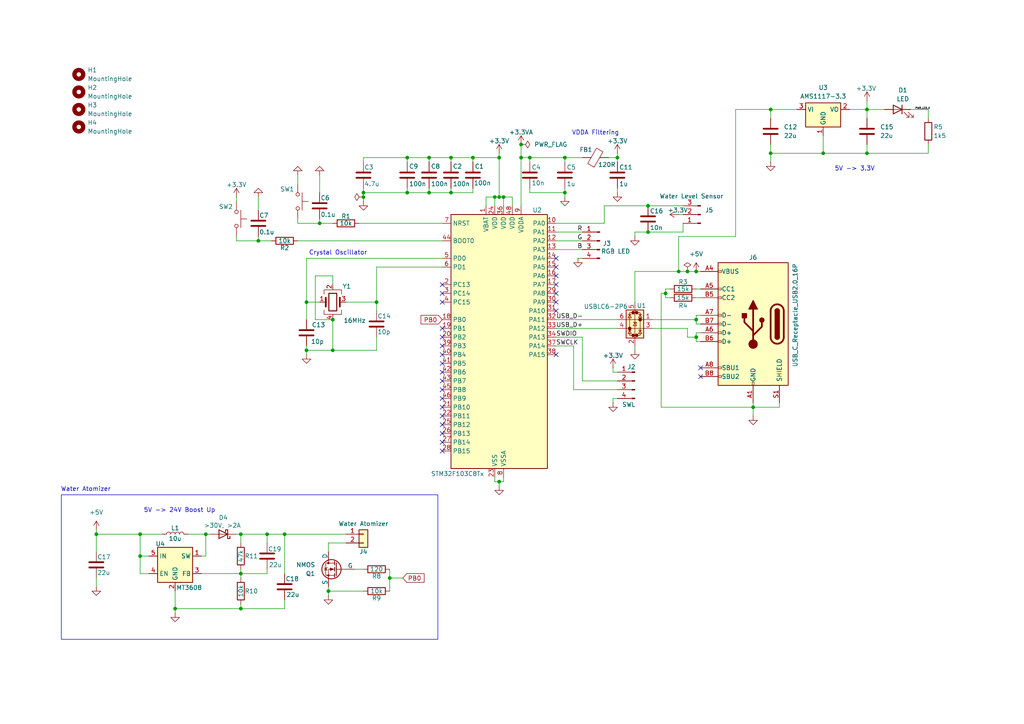
<source format=kicad_sch>
(kicad_sch (version 20231120) (generator "eeschema") (generator_version "8.0")
  (paper "A4")
  (lib_symbols
    (symbol "Connector:Conn_01x03_Pin" (pin_names (offset 1.016) hide)
      (property "Reference" "J" (at 0 5.08 0))
      (property "Value" "Conn_01x03_Pin" (at 0 -5.08 0))
      (symbol "Conn_01x03_Pin_1_1"
        (pin passive line (at 5.08 2.54 180) (length 3.81) (name "Pin_1") (number "1"))
        (pin passive line (at 5.08 0 180) (length 3.81) (name "Pin_2") (number "2"))
        (pin passive line (at 5.08 -2.54 180) (length 3.81) (name "Pin_3") (number "3"))
      )
    )
    (symbol "Connector:Conn_01x04_Pin" (pin_names (offset 1.016) hide)
      (property "Reference" "J" (at 0 5.08 0))
      (property "Value" "Conn_01x04_Pin" (at 0 -7.62 0))
      (symbol "Conn_01x04_Pin_1_1"
        (pin passive line (at 5.08 2.54 180) (length 3.81) (name "Pin_1") (number "1"))
        (pin passive line (at 5.08 0 180) (length 3.81) (name "Pin_2") (number "2"))
        (pin passive line (at 5.08 -2.54 180) (length 3.81) (name "Pin_3") (number "3"))
        (pin passive line (at 5.08 -5.08 180) (length 3.81) (name "Pin_4") (number "4"))
      )
    )
    (symbol "Connector:USB_C_Receptacle_USB2.0_16P" (pin_names (offset 1.016))
      (property "Reference" "J" (at 0 22.225 0))
      (property "Value" "USB_C_Receptacle_USB2.0_16P" (at 0 19.685 0))
      (symbol "USB_C_Receptacle_USB2.0_16P_1_1"
        (pin passive line (at 0 -22.86 90) (length 5.08) (name "GND") (number "A1"))
        (pin passive line (at 0 -22.86 90) (length 5.08) hide (name "GND") (number "A12"))
        (pin passive line (at 15.24 15.24 180) (length 5.08) (name "VBUS") (number "A4"))
        (pin bidirectional line (at 15.24 10.16 180) (length 5.08) (name "CC1") (number "A5"))
        (pin bidirectional line (at 15.24 -2.54 180) (length 5.08) (name "D+") (number "A6"))
        (pin bidirectional line (at 15.24 2.54 180) (length 5.08) (name "D-") (number "A7"))
        (pin bidirectional line (at 15.24 -12.7 180) (length 5.08) (name "SBU1") (number "A8"))
        (pin passive line (at 15.24 15.24 180) (length 5.08) hide (name "VBUS") (number "A9"))
        (pin passive line (at 0 -22.86 90) (length 5.08) hide (name "GND") (number "B1"))
        (pin passive line (at 0 -22.86 90) (length 5.08) hide (name "GND") (number "B12"))
        (pin passive line (at 15.24 15.24 180) (length 5.08) hide (name "VBUS") (number "B4"))
        (pin bidirectional line (at 15.24 7.62 180) (length 5.08) (name "CC2") (number "B5"))
        (pin bidirectional line (at 15.24 -5.08 180) (length 5.08) (name "D+") (number "B6"))
        (pin bidirectional line (at 15.24 0 180) (length 5.08) (name "D-") (number "B7"))
        (pin bidirectional line (at 15.24 -15.24 180) (length 5.08) (name "SBU2") (number "B8"))
        (pin passive line (at 15.24 15.24 180) (length 5.08) hide (name "VBUS") (number "B9"))
        (pin passive line (at -7.62 -22.86 90) (length 5.08) (name "SHIELD") (number "S1"))
      )
    )
    (symbol "Connector_Generic:Conn_01x02" (pin_names (offset 1.016) hide)
      (property "Reference" "J" (at 0 2.54 0))
      (property "Value" "Conn_01x02" (at 0 -5.08 0))
      (symbol "Conn_01x02_1_1"
        (pin passive line (at -5.08 0 0) (length 3.81) (name "Pin_1") (number "1"))
        (pin passive line (at -5.08 -2.54 0) (length 3.81) (name "Pin_2") (number "2"))
      )
    )
    (symbol "Device:C" (pin_numbers hide) (pin_names (offset 0.254))
      (property "Reference" "C" (at 0.635 2.54 0))
      (property "Value" "C" (at 0.635 -2.54 0))
      (symbol "C_1_1"
        (pin passive line (at 0 3.81 270) (length 2.794) (name "~") (number "1"))
        (pin passive line (at 0 -3.81 90) (length 2.794) (name "~") (number "2"))
      )
    )
    (symbol "Device:Crystal_GND24" (pin_names (offset 1.016) hide)
      (property "Reference" "Y" (at 3.175 5.08 0))
      (property "Value" "Crystal_GND24" (at 3.175 3.175 0))
      (symbol "Crystal_GND24_1_1"
        (pin passive line (at -3.81 0 0) (length 1.27) (name "1") (number "1"))
        (pin passive line (at 0 5.08 270) (length 1.27) (name "2") (number "2"))
        (pin passive line (at 3.81 0 180) (length 1.27) (name "3") (number "3"))
        (pin passive line (at 0 -5.08 90) (length 1.27) (name "4") (number "4"))
      )
    )
    (symbol "Device:D_Schottky" (pin_numbers hide) (pin_names (offset 1.016) hide)
      (property "Reference" "D" (at 0 2.54 0))
      (property "Value" "D_Schottky" (at 0 -2.54 0))
      (symbol "D_Schottky_1_1"
        (pin passive line (at -3.81 0 0) (length 2.54) (name "K") (number "1"))
        (pin passive line (at 3.81 0 180) (length 2.54) (name "A") (number "2"))
      )
    )
    (symbol "Device:FerriteBead" (pin_numbers hide) (pin_names (offset 0))
      (property "Reference" "FB" (at -3.81 0.635 90))
      (property "Value" "FerriteBead" (at 3.81 0 90))
      (symbol "FerriteBead_1_1"
        (pin passive line (at 0 3.81 270) (length 2.54) (name "~") (number "1"))
        (pin passive line (at 0 -3.81 90) (length 2.54) (name "~") (number "2"))
      )
    )
    (symbol "Device:L" (pin_numbers hide) (pin_names (offset 1.016) hide)
      (property "Reference" "L" (at -1.27 0 90))
      (property "Value" "L" (at 1.905 0 90))
      (symbol "L_1_1"
        (pin passive line (at 0 3.81 270) (length 1.27) (name "1") (number "1"))
        (pin passive line (at 0 -3.81 90) (length 1.27) (name "2") (number "2"))
      )
    )
    (symbol "Device:LED" (pin_numbers hide) (pin_names (offset 1.016) hide)
      (property "Reference" "D" (at 0 2.54 0))
      (property "Value" "LED" (at 0 -2.54 0))
      (symbol "LED_1_1"
        (pin passive line (at -3.81 0 0) (length 2.54) (name "K") (number "1"))
        (pin passive line (at 3.81 0 180) (length 2.54) (name "A") (number "2"))
      )
    )
    (symbol "Device:R" (pin_numbers hide) (pin_names (offset 0))
      (property "Reference" "R" (at 2.032 0 90))
      (property "Value" "R" (at 0 0 90))
      (symbol "R_1_1"
        (pin passive line (at 0 3.81 270) (length 1.27) (name "~") (number "1"))
        (pin passive line (at 0 -3.81 90) (length 1.27) (name "~") (number "2"))
      )
    )
    (symbol "MCU_ST_STM32F1:STM32F103C8Tx"
      (property "Reference" "U" (at -12.7 39.37 0))
      (property "Value" "STM32F103C8Tx" (at 10.16 39.37 0))
      (symbol "STM32F103C8Tx_1_1"
        (pin power_in line (at -2.54 40.64 270) (length 2.54) (name "VBAT") (number "1"))
        (pin bidirectional line (at 17.78 35.56 180) (length 2.54) (name "PA0") (number "10"))
        (pin bidirectional line (at 17.78 33.02 180) (length 2.54) (name "PA1") (number "11"))
        (pin bidirectional line (at 17.78 30.48 180) (length 2.54) (name "PA2") (number "12"))
        (pin bidirectional line (at 17.78 27.94 180) (length 2.54) (name "PA3") (number "13"))
        (pin bidirectional line (at 17.78 25.4 180) (length 2.54) (name "PA4") (number "14"))
        (pin bidirectional line (at 17.78 22.86 180) (length 2.54) (name "PA5") (number "15"))
        (pin bidirectional line (at 17.78 20.32 180) (length 2.54) (name "PA6") (number "16"))
        (pin bidirectional line (at 17.78 17.78 180) (length 2.54) (name "PA7") (number "17"))
        (pin bidirectional line (at -15.24 7.62 0) (length 2.54) (name "PB0") (number "18"))
        (pin bidirectional line (at -15.24 5.08 0) (length 2.54) (name "PB1") (number "19"))
        (pin bidirectional line (at -15.24 17.78 0) (length 2.54) (name "PC13") (number "2"))
        (pin bidirectional line (at -15.24 2.54 0) (length 2.54) (name "PB2") (number "20"))
        (pin bidirectional line (at -15.24 -17.78 0) (length 2.54) (name "PB10") (number "21"))
        (pin bidirectional line (at -15.24 -20.32 0) (length 2.54) (name "PB11") (number "22"))
        (pin power_in line (at 0 -38.1 90) (length 2.54) (name "VSS") (number "23"))
        (pin power_in line (at 0 40.64 270) (length 2.54) (name "VDD") (number "24"))
        (pin bidirectional line (at -15.24 -22.86 0) (length 2.54) (name "PB12") (number "25"))
        (pin bidirectional line (at -15.24 -25.4 0) (length 2.54) (name "PB13") (number "26"))
        (pin bidirectional line (at -15.24 -27.94 0) (length 2.54) (name "PB14") (number "27"))
        (pin bidirectional line (at -15.24 -30.48 0) (length 2.54) (name "PB15") (number "28"))
        (pin bidirectional line (at 17.78 15.24 180) (length 2.54) (name "PA8") (number "29"))
        (pin bidirectional line (at -15.24 15.24 0) (length 2.54) (name "PC14") (number "3"))
        (pin bidirectional line (at 17.78 12.7 180) (length 2.54) (name "PA9") (number "30"))
        (pin bidirectional line (at 17.78 10.16 180) (length 2.54) (name "PA10") (number "31"))
        (pin bidirectional line (at 17.78 7.62 180) (length 2.54) (name "PA11") (number "32"))
        (pin bidirectional line (at 17.78 5.08 180) (length 2.54) (name "PA12") (number "33"))
        (pin bidirectional line (at 17.78 2.54 180) (length 2.54) (name "PA13") (number "34"))
        (pin passive line (at 0 -38.1 90) (length 2.54) hide (name "VSS") (number "35"))
        (pin power_in line (at 2.54 40.64 270) (length 2.54) (name "VDD") (number "36"))
        (pin bidirectional line (at 17.78 0 180) (length 2.54) (name "PA14") (number "37"))
        (pin bidirectional line (at 17.78 -2.54 180) (length 2.54) (name "PA15") (number "38"))
        (pin bidirectional line (at -15.24 0 0) (length 2.54) (name "PB3") (number "39"))
        (pin bidirectional line (at -15.24 12.7 0) (length 2.54) (name "PC15") (number "4"))
        (pin bidirectional line (at -15.24 -2.54 0) (length 2.54) (name "PB4") (number "40"))
        (pin bidirectional line (at -15.24 -5.08 0) (length 2.54) (name "PB5") (number "41"))
        (pin bidirectional line (at -15.24 -7.62 0) (length 2.54) (name "PB6") (number "42"))
        (pin bidirectional line (at -15.24 -10.16 0) (length 2.54) (name "PB7") (number "43"))
        (pin input line (at -15.24 30.48 0) (length 2.54) (name "BOOT0") (number "44"))
        (pin bidirectional line (at -15.24 -12.7 0) (length 2.54) (name "PB8") (number "45"))
        (pin bidirectional line (at -15.24 -15.24 0) (length 2.54) (name "PB9") (number "46"))
        (pin passive line (at 0 -38.1 90) (length 2.54) hide (name "VSS") (number "47"))
        (pin power_in line (at 5.08 40.64 270) (length 2.54) (name "VDD") (number "48"))
        (pin bidirectional line (at -15.24 25.4 0) (length 2.54) (name "PD0") (number "5"))
        (pin bidirectional line (at -15.24 22.86 0) (length 2.54) (name "PD1") (number "6"))
        (pin input line (at -15.24 35.56 0) (length 2.54) (name "NRST") (number "7"))
        (pin power_in line (at 2.54 -38.1 90) (length 2.54) (name "VSSA") (number "8"))
        (pin power_in line (at 7.62 40.64 270) (length 2.54) (name "VDDA") (number "9"))
      )
    )
    (symbol "Mechanical:MountingHole" (pin_names (offset 1.016)) (exclude_from_sim yes) (in_bom no)
      (property "Reference" "H" (at 0 5.08 0))
      (property "Value" "MountingHole" (at 0 3.175 0))
    )
    (symbol "Power_Protection:USBLC6-2P6" (pin_names hide)
      (property "Reference" "U" (at 0.635 5.715 0))
      (property "Value" "USBLC6-2P6" (at 0.635 3.81 0))
      (symbol "USBLC6-2P6_1_1"
        (pin passive line (at -5.08 0 0) (length 2.54) (name "I/O1") (number "1"))
        (pin passive line (at 0 -7.62 90) (length 2.54) (name "GND") (number "2"))
        (pin passive line (at -5.08 -2.54 0) (length 2.54) (name "I/O2") (number "3"))
        (pin passive line (at 5.08 -2.54 180) (length 2.54) (name "I/O2") (number "4"))
        (pin passive line (at 0 5.08 270) (length 2.54) (name "VBUS") (number "5"))
        (pin passive line (at 5.08 0 180) (length 2.54) (name "I/O1") (number "6"))
      )
    )
    (symbol "Regulator_Linear:AMS1117-3.3"
      (property "Reference" "U" (at -3.81 3.175 0))
      (property "Value" "AMS1117-3.3" (at 0 3.175 0))
      (symbol "AMS1117-3.3_1_1"
        (pin power_in line (at 0 -7.62 90) (length 2.54) (name "GND") (number "1"))
        (pin power_out line (at 7.62 0 180) (length 2.54) (name "VO") (number "2"))
        (pin power_in line (at -7.62 0 0) (length 2.54) (name "VI") (number "3"))
      )
    )
    (symbol "Regulator_Switching:MT3608"
      (property "Reference" "U" (at -2.54 8.89 0))
      (property "Value" "MT3608" (at -3.81 6.35 0))
      (symbol "MT3608_1_1"
        (pin passive line (at 7.62 2.54 180) (length 2.54) (name "SW") (number "1"))
        (pin power_in line (at 0 -7.62 90) (length 2.54) (name "GND") (number "2"))
        (pin input line (at 7.62 -2.54 180) (length 2.54) (name "FB") (number "3"))
        (pin input line (at -7.62 -2.54 0) (length 2.54) (name "EN") (number "4"))
        (pin power_in line (at -7.62 2.54 0) (length 2.54) (name "IN") (number "5"))
        (pin no_connect line (at 5.08 0 180) (length 2.54) hide (name "NC") (number "6"))
      )
    )
    (symbol "Simulation_SPICE:NMOS" (pin_numbers hide) (pin_names (offset 0))
      (property "Reference" "Q" (at 5.08 1.27 0))
      (property "Value" "NMOS" (at 5.08 -1.27 0))
      (symbol "NMOS_1_1"
        (pin passive line (at 2.54 5.08 270) (length 2.54) (name "D") (number "1"))
        (pin input line (at -5.08 0 0) (length 2.54) (name "G") (number "2"))
        (pin passive line (at 2.54 -5.08 90) (length 2.54) (name "S") (number "3"))
      )
    )
    (symbol "Switch:SW_Push" (pin_numbers hide) (pin_names (offset 1.016) hide)
      (property "Reference" "SW" (at 1.27 2.54 0))
      (property "Value" "SW_Push" (at 0 -1.524 0))
      (symbol "SW_Push_0_1"
        (pin passive line (at -5.08 0 0) (length 2.54) (name "1") (number "1"))
        (pin passive line (at 5.08 0 180) (length 2.54) (name "2") (number "2"))
      )
    )
    (symbol "power:+3.3V" (power) (pin_numbers hide) (pin_names (offset 0) hide)
      (property "Value" "+3.3V" (at 0 3.556 0))
      (symbol "+3.3V_1_1"
        (pin power_in line (at 0 0 90) (length 0) (name "~") (number "1"))
      )
    )
    (symbol "power:+5V" (power) (pin_numbers hide) (pin_names (offset 0) hide)
      (property "Value" "+5V" (at 0 3.556 0))
      (symbol "+5V_1_1"
        (pin power_in line (at 0 0 90) (length 0) (name "~") (number "1"))
      )
    )
    (symbol "power:GND" (power) (pin_numbers hide) (pin_names (offset 0) hide)
      (property "Value" "GND" (at 0 -3.81 0))
      (symbol "GND_1_1"
        (pin power_in line (at 0 0 270) (length 0) (name "~") (number "1"))
      )
    )
    (symbol "power:PWR_FLAG" (power) (pin_numbers hide) (pin_names (offset 0) hide)
      (property "Value" "PWR_FLAG" (at 0 3.81 0))
      (symbol "PWR_FLAG_0_0"
        (pin power_out line (at 0 0 90) (length 0) (name "~") (number "1"))
      )
    )
  )
  (junction (at 95.25 171.45))
  (junction (at 69.85 166.37))
  (junction (at 130.81 45.72))
  (junction (at 144.78 139.7))
  (junction (at 187.96 67.31))
  (junction (at 163.83 55.88))
  (junction (at 92.71 64.77))
  (junction (at 153.67 45.72))
  (junction (at 88.9 101.6))
  (junction (at 151.13 45.72))
  (junction (at 130.81 55.88))
  (junction (at 69.85 176.53))
  (junction (at 118.11 45.72))
  (junction (at 74.93 69.85))
  (junction (at 143.51 57.15))
  (junction (at 105.41 55.88))
  (junction (at 124.46 45.72))
  (junction (at 69.85 154.94))
  (junction (at 144.78 57.15))
  (junction (at 59.69 154.94))
  (junction (at 218.44 118.11))
  (junction (at 40.64 161.29))
  (junction (at 201.93 97.79))
  (junction (at 124.46 55.88))
  (junction (at 27.94 154.94))
  (junction (at 179.07 45.72))
  (junction (at 201.93 78.74))
  (junction (at 96.52 101.6))
  (junction (at 50.8 176.53))
  (junction (at 77.47 154.94))
  (junction (at 151.13 41.91))
  (junction (at 201.93 92.71))
  (junction (at 82.55 154.94))
  (junction (at 137.16 45.72))
  (junction (at 105.41 57.15))
  (junction (at 196.85 78.74))
  (junction (at 113.03 167.64))
  (junction (at 96.52 92.71))
  (junction (at 88.9 87.63))
  (junction (at 40.64 154.94))
  (junction (at 199.39 78.74))
  (junction (at 118.11 55.88))
  (junction (at 109.22 87.63))
  (junction (at 144.78 45.72))
  (junction (at 251.46 44.45))
  (junction (at 251.46 31.75))
  (junction (at 163.83 45.72))
  (junction (at 238.76 44.45))
  (junction (at 223.52 31.75))
  (junction (at 187.96 59.69))
  (junction (at 146.05 57.15))
  (junction (at 193.04 85.09))
  (junction (at 223.52 44.45))
  (no_connect (at 128.27 105.41))
  (no_connect (at 128.27 82.55))
  (no_connect (at 161.29 90.17))
  (no_connect (at 161.29 102.87))
  (no_connect (at 128.27 113.03))
  (no_connect (at 128.27 118.11))
  (no_connect (at 128.27 85.09))
  (no_connect (at 128.27 100.33))
  (no_connect (at 161.29 74.93))
  (no_connect (at 161.29 87.63))
  (no_connect (at 128.27 130.81))
  (no_connect (at 203.2 106.68))
  (no_connect (at 128.27 123.19))
  (no_connect (at 128.27 120.65))
  (no_connect (at 128.27 110.49))
  (no_connect (at 128.27 87.63))
  (no_connect (at 161.29 85.09))
  (no_connect (at 161.29 80.01))
  (no_connect (at 128.27 102.87))
  (no_connect (at 161.29 82.55))
  (no_connect (at 128.27 95.25))
  (no_connect (at 161.29 77.47))
  (no_connect (at 128.27 115.57))
  (no_connect (at 128.27 97.79))
  (no_connect (at 128.27 128.27))
  (no_connect (at 203.2 109.22))
  (no_connect (at 128.27 125.73))
  (no_connect (at 128.27 107.95))
  (wire (pts (xy 144.78 57.15) (xy 146.05 57.15)))
  (wire (pts (xy 196.85 68.58) (xy 213.36 68.58)))
  (wire (pts (xy 196.85 78.74) (xy 199.39 78.74)))
  (wire (pts (xy 176.53 45.72) (xy 179.07 45.72)))
  (wire (pts (xy 54.61 154.94) (xy 59.69 154.94)))
  (wire (pts (xy 109.22 101.6) (xy 96.52 101.6)))
  (wire (pts (xy 130.81 45.72) (xy 137.16 45.72)))
  (wire (pts (xy 179.07 54.61) (xy 179.07 55.88)))
  (wire (pts (xy 96.52 80.01) (xy 91.44 80.01)))
  (wire (pts (xy 95.25 171.45) (xy 105.41 171.45)))
  (wire (pts (xy 40.64 166.37) (xy 40.64 161.29)))
  (wire (pts (xy 151.13 41.91) (xy 151.13 45.72)))
  (wire (pts (xy 118.11 55.88) (xy 124.46 55.88)))
  (wire (pts (xy 151.13 45.72) (xy 153.67 45.72)))
  (wire (pts (xy 95.25 171.45) (xy 95.25 172.72)))
  (wire (pts (xy 161.29 92.71) (xy 179.07 92.71)))
  (wire (pts (xy 223.52 44.45) (xy 223.52 46.99)))
  (wire (pts (xy 223.52 44.45) (xy 238.76 44.45)))
  (wire (pts (xy 201.93 96.52) (xy 201.93 97.79)))
  (wire (pts (xy 88.9 74.93) (xy 88.9 87.63)))
  (wire (pts (xy 223.52 41.91) (xy 223.52 44.45)))
  (wire (pts (xy 191.77 85.09) (xy 191.77 118.11)))
  (wire (pts (xy 201.93 92.71) (xy 201.93 93.98)))
  (wire (pts (xy 50.8 176.53) (xy 50.8 177.8)))
  (wire (pts (xy 269.24 41.91) (xy 269.24 44.45)))
  (wire (pts (xy 184.15 100.33) (xy 184.15 101.6)))
  (wire (pts (xy 198.12 59.69) (xy 187.96 59.69)))
  (wire (pts (xy 68.58 154.94) (xy 69.85 154.94)))
  (wire (pts (xy 144.78 45.72) (xy 144.78 57.15)))
  (wire (pts (xy 143.51 57.15) (xy 143.51 59.69)))
  (wire (pts (xy 27.94 167.64) (xy 27.94 170.18)))
  (wire (pts (xy 59.69 161.29) (xy 59.69 154.94)))
  (wire (pts (xy 88.9 100.33) (xy 88.9 101.6)))
  (wire (pts (xy 238.76 44.45) (xy 251.46 44.45)))
  (wire (pts (xy 96.52 92.71) (xy 96.52 101.6)))
  (wire (pts (xy 251.46 34.29) (xy 251.46 31.75)))
  (wire (pts (xy 189.23 95.25) (xy 199.39 95.25)))
  (wire (pts (xy 163.83 55.88) (xy 163.83 54.61)))
  (wire (pts (xy 153.67 46.99) (xy 153.67 45.72)))
  (wire (pts (xy 264.16 31.75) (xy 269.24 31.75)))
  (wire (pts (xy 163.83 45.72) (xy 168.91 45.72)))
  (wire (pts (xy 168.91 110.49) (xy 179.07 110.49)))
  (wire (pts (xy 153.67 55.88) (xy 163.83 55.88)))
  (wire (pts (xy 74.93 57.15) (xy 74.93 60.96)))
  (wire (pts (xy 184.15 78.74) (xy 184.15 87.63)))
  (wire (pts (xy 144.78 44.45) (xy 144.78 45.72)))
  (wire (pts (xy 105.41 57.15) (xy 105.41 58.42)))
  (wire (pts (xy 161.29 100.33) (xy 166.37 100.33)))
  (wire (pts (xy 104.14 64.77) (xy 128.27 64.77)))
  (wire (pts (xy 88.9 101.6) (xy 96.52 101.6)))
  (wire (pts (xy 113.03 167.64) (xy 116.84 167.64)))
  (wire (pts (xy 82.55 154.94) (xy 82.55 166.37)))
  (wire (pts (xy 91.44 80.01) (xy 91.44 92.71)))
  (wire (pts (xy 50.8 176.53) (xy 69.85 176.53)))
  (wire (pts (xy 167.64 74.93) (xy 168.91 74.93)))
  (wire (pts (xy 201.93 93.98) (xy 203.2 93.98)))
  (wire (pts (xy 105.41 55.88) (xy 118.11 55.88)))
  (wire (pts (xy 166.37 100.33) (xy 166.37 113.03)))
  (wire (pts (xy 189.23 92.71) (xy 201.93 92.71)))
  (wire (pts (xy 213.36 31.75) (xy 223.52 31.75)))
  (wire (pts (xy 269.24 31.75) (xy 269.24 34.29)))
  (wire (pts (xy 91.44 92.71) (xy 96.52 92.71)))
  (wire (pts (xy 269.24 44.45) (xy 251.46 44.45)))
  (wire (pts (xy 50.8 171.45) (xy 50.8 176.53)))
  (wire (pts (xy 246.38 31.75) (xy 251.46 31.75)))
  (wire (pts (xy 213.36 68.58) (xy 213.36 31.75)))
  (wire (pts (xy 102.87 165.1) (xy 105.41 165.1)))
  (wire (pts (xy 199.39 78.74) (xy 201.93 78.74)))
  (wire (pts (xy 146.05 57.15) (xy 148.59 57.15)))
  (wire (pts (xy 86.36 69.85) (xy 128.27 69.85)))
  (wire (pts (xy 88.9 87.63) (xy 92.71 87.63)))
  (wire (pts (xy 151.13 45.72) (xy 151.13 59.69)))
  (wire (pts (xy 69.85 154.94) (xy 77.47 154.94)))
  (wire (pts (xy 201.93 97.79) (xy 199.39 97.79)))
  (wire (pts (xy 218.44 118.11) (xy 226.06 118.11)))
  (wire (pts (xy 88.9 74.93) (xy 128.27 74.93)))
  (wire (pts (xy 144.78 57.15) (xy 143.51 57.15)))
  (wire (pts (xy 113.03 167.64) (xy 113.03 165.1)))
  (wire (pts (xy 144.78 139.7) (xy 143.51 139.7)))
  (wire (pts (xy 218.44 116.84) (xy 218.44 118.11)))
  (wire (pts (xy 43.18 166.37) (xy 40.64 166.37)))
  (wire (pts (xy 27.94 153.67) (xy 27.94 154.94)))
  (wire (pts (xy 194.31 86.36) (xy 193.04 86.36)))
  (wire (pts (xy 92.71 63.5) (xy 92.71 64.77)))
  (wire (pts (xy 175.26 64.77) (xy 161.29 64.77)))
  (wire (pts (xy 105.41 45.72) (xy 118.11 45.72)))
  (wire (pts (xy 161.29 95.25) (xy 179.07 95.25)))
  (wire (pts (xy 231.14 31.75) (xy 223.52 31.75)))
  (wire (pts (xy 77.47 166.37) (xy 69.85 166.37)))
  (wire (pts (xy 163.83 45.72) (xy 163.83 46.99)))
  (wire (pts (xy 58.42 161.29) (xy 59.69 161.29)))
  (wire (pts (xy 168.91 97.79) (xy 168.91 110.49)))
  (wire (pts (xy 82.55 154.94) (xy 100.33 154.94)))
  (wire (pts (xy 68.58 57.15) (xy 68.58 58.42)))
  (wire (pts (xy 201.93 78.74) (xy 203.2 78.74)))
  (wire (pts (xy 105.41 55.88) (xy 105.41 57.15)))
  (wire (pts (xy 95.25 170.18) (xy 95.25 171.45)))
  (wire (pts (xy 161.29 67.31) (xy 168.91 67.31)))
  (wire (pts (xy 68.58 69.85) (xy 74.93 69.85)))
  (wire (pts (xy 251.46 41.91) (xy 251.46 44.45)))
  (wire (pts (xy 184.15 67.31) (xy 187.96 67.31)))
  (wire (pts (xy 59.69 154.94) (xy 60.96 154.94)))
  (wire (pts (xy 251.46 29.21) (xy 251.46 31.75)))
  (wire (pts (xy 130.81 45.72) (xy 130.81 46.99)))
  (wire (pts (xy 113.03 167.64) (xy 113.03 171.45)))
  (wire (pts (xy 58.42 166.37) (xy 69.85 166.37)))
  (wire (pts (xy 88.9 87.63) (xy 88.9 92.71)))
  (wire (pts (xy 153.67 45.72) (xy 163.83 45.72)))
  (wire (pts (xy 146.05 139.7) (xy 146.05 138.43)))
  (wire (pts (xy 118.11 45.72) (xy 124.46 45.72)))
  (wire (pts (xy 77.47 165.1) (xy 77.47 166.37)))
  (wire (pts (xy 124.46 55.88) (xy 130.81 55.88)))
  (wire (pts (xy 40.64 154.94) (xy 46.99 154.94)))
  (wire (pts (xy 175.26 64.77) (xy 175.26 59.69)))
  (wire (pts (xy 143.51 57.15) (xy 140.97 57.15)))
  (wire (pts (xy 201.93 86.36) (xy 203.2 86.36)))
  (wire (pts (xy 226.06 118.11) (xy 226.06 116.84)))
  (wire (pts (xy 92.71 64.77) (xy 96.52 64.77)))
  (wire (pts (xy 124.46 45.72) (xy 124.46 46.99)))
  (wire (pts (xy 69.85 166.37) (xy 69.85 165.1)))
  (wire (pts (xy 196.85 62.23) (xy 198.12 62.23)))
  (wire (pts (xy 40.64 154.94) (xy 27.94 154.94)))
  (wire (pts (xy 223.52 31.75) (xy 223.52 34.29)))
  (wire (pts (xy 179.07 45.72) (xy 179.07 44.45)))
  (wire (pts (xy 194.31 83.82) (xy 193.04 83.82)))
  (wire (pts (xy 144.78 139.7) (xy 144.78 140.97)))
  (wire (pts (xy 69.85 154.94) (xy 69.85 157.48)))
  (wire (pts (xy 82.55 173.99) (xy 82.55 176.53)))
  (wire (pts (xy 27.94 154.94) (xy 27.94 160.02)))
  (wire (pts (xy 69.85 175.26) (xy 69.85 176.53)))
  (wire (pts (xy 86.36 63.5) (xy 86.36 64.77)))
  (wire (pts (xy 177.8 107.95) (xy 177.8 106.68)))
  (wire (pts (xy 153.67 54.61) (xy 153.67 55.88)))
  (wire (pts (xy 201.93 97.79) (xy 201.93 99.06)))
  (wire (pts (xy 109.22 77.47) (xy 128.27 77.47)))
  (wire (pts (xy 199.39 95.25) (xy 199.39 97.79)))
  (wire (pts (xy 105.41 45.72) (xy 105.41 46.99)))
  (wire (pts (xy 109.22 97.79) (xy 109.22 101.6)))
  (wire (pts (xy 251.46 31.75) (xy 256.54 31.75)))
  (wire (pts (xy 198.12 67.31) (xy 198.12 64.77)))
  (wire (pts (xy 201.93 91.44) (xy 203.2 91.44)))
  (wire (pts (xy 179.07 45.72) (xy 179.07 46.99)))
  (wire (pts (xy 161.29 72.39) (xy 168.91 72.39)))
  (wire (pts (xy 109.22 87.63) (xy 109.22 90.17)))
  (wire (pts (xy 92.71 50.8) (xy 92.71 55.88)))
  (wire (pts (xy 218.44 118.11) (xy 218.44 120.65)))
  (wire (pts (xy 166.37 113.03) (xy 179.07 113.03)))
  (wire (pts (xy 193.04 86.36) (xy 193.04 85.09)))
  (wire (pts (xy 95.25 157.48) (xy 100.33 157.48)))
  (wire (pts (xy 161.29 97.79) (xy 168.91 97.79)))
  (wire (pts (xy 201.93 99.06) (xy 203.2 99.06)))
  (wire (pts (xy 161.29 69.85) (xy 168.91 69.85)))
  (wire (pts (xy 77.47 154.94) (xy 77.47 157.48)))
  (wire (pts (xy 95.25 157.48) (xy 95.25 160.02)))
  (wire (pts (xy 86.36 50.8) (xy 86.36 53.34)))
  (wire (pts (xy 177.8 115.57) (xy 177.8 116.84)))
  (wire (pts (xy 88.9 101.6) (xy 88.9 102.87)))
  (wire (pts (xy 118.11 54.61) (xy 118.11 55.88)))
  (wire (pts (xy 130.81 55.88) (xy 137.16 55.88)))
  (wire (pts (xy 148.59 57.15) (xy 148.59 59.69)))
  (wire (pts (xy 74.93 69.85) (xy 78.74 69.85)))
  (wire (pts (xy 144.78 139.7) (xy 146.05 139.7)))
  (wire (pts (xy 201.93 96.52) (xy 203.2 96.52)))
  (wire (pts (xy 68.58 68.58) (xy 68.58 69.85)))
  (wire (pts (xy 140.97 57.15) (xy 140.97 59.69)))
  (wire (pts (xy 40.64 161.29) (xy 40.64 154.94)))
  (wire (pts (xy 193.04 85.09) (xy 191.77 85.09)))
  (wire (pts (xy 163.83 55.88) (xy 163.83 57.15)))
  (wire (pts (xy 130.81 55.88) (xy 130.81 54.61)))
  (wire (pts (xy 184.15 67.31) (xy 184.15 68.58)))
  (wire (pts (xy 184.15 78.74) (xy 196.85 78.74)))
  (wire (pts (xy 69.85 176.53) (xy 82.55 176.53)))
  (wire (pts (xy 177.8 107.95) (xy 179.07 107.95)))
  (wire (pts (xy 137.16 45.72) (xy 144.78 45.72)))
  (wire (pts (xy 175.26 59.69) (xy 187.96 59.69)))
  (wire (pts (xy 100.33 87.63) (xy 109.22 87.63)))
  (wire (pts (xy 137.16 55.88) (xy 137.16 54.61)))
  (wire (pts (xy 105.41 54.61) (xy 105.41 55.88)))
  (wire (pts (xy 86.36 64.77) (xy 92.71 64.77)))
  (wire (pts (xy 118.11 45.72) (xy 118.11 46.99)))
  (wire (pts (xy 187.96 67.31) (xy 198.12 67.31)))
  (wire (pts (xy 96.52 82.55) (xy 96.52 80.01)))
  (wire (pts (xy 40.64 161.29) (xy 43.18 161.29)))
  (wire (pts (xy 77.47 154.94) (xy 82.55 154.94)))
  (wire (pts (xy 143.51 139.7) (xy 143.51 138.43)))
  (wire (pts (xy 191.77 118.11) (xy 218.44 118.11)))
  (wire (pts (xy 124.46 54.61) (xy 124.46 55.88)))
  (wire (pts (xy 201.93 83.82) (xy 203.2 83.82)))
  (wire (pts (xy 109.22 77.47) (xy 109.22 87.63)))
  (wire (pts (xy 193.04 83.82) (xy 193.04 85.09)))
  (wire (pts (xy 69.85 167.64) (xy 69.85 166.37)))
  (wire (pts (xy 124.46 45.72) (xy 130.81 45.72)))
  (wire (pts (xy 74.93 68.58) (xy 74.93 69.85)))
  (wire (pts (xy 137.16 45.72) (xy 137.16 46.99)))
  (wire (pts (xy 196.85 78.74) (xy 196.85 68.58)))
  (wire (pts (xy 177.8 115.57) (xy 179.07 115.57)))
  (wire (pts (xy 146.05 57.15) (xy 146.05 59.69)))
  (wire (pts (xy 238.76 39.37) (xy 238.76 44.45)))
  (wire (pts (xy 201.93 91.44) (xy 201.93 92.71)))
  (rectangle (start 17.78 143.51) (end 127 185.42))
  (text "5V -> 3.3V" (at 247.904 49.022 0) (effects (font (size 1.27 1.27))))
  (text "Water Atomizer\n" (at 24.892 141.986 0) (effects (font (size 1.27 1.27))))
  (text "5V -> 24V Boost Up" (at 52.07 148.082 0) (effects (font (size 1.27 1.27))))
  (text "Crystal Oscillator\n" (at 98.044 73.406 0) (effects (font (size 1.27 1.27))))
  (text "VDDA Filtering\n" (at 172.72 38.608 0) (effects (font (size 1.27 1.27))))
  (label "PWR_LED_K" (at 265.43 31.75 0) (effects (font (size 0.508 0.508))))
  (label "USB_D-" (at 161.29 92.71 0))
  (label "SWCLK" (at 161.29 100.33 0))
  (label "SWDIO" (at 161.29 97.79 0))
  (label "G" (at 168.91 69.85 180))
  (label "R" (at 168.91 67.31 180))
  (label "USB_D+" (at 161.29 95.25 0))
  (label "B" (at 168.91 72.39 180))
  (global_label "PB0" (shape input) (at 116.84 167.64 0) (property "Intersheetrefs" "${INTERSHEET_REFS}" (effects (hide yes))))
  (global_label "PB0" (shape input) (at 128.27 92.71 180) (property "Intersheetrefs" "${INTERSHEET_REFS}" (effects (hide yes))))
  (symbol (lib_id "Device:C") (at 187.96 63.5 0) (unit 1)
    (property "Reference" "C16" (at 188.468 61.214 0) (effects (justify left)))
    (property "Value" "10n" (at 188.468 66.04 0) (effects (justify left)))
    (property "Footprint" "Capacitor_SMD:C_0805_2012Metric_Pad1.18x1.45mm_HandSolder" (effects (hide yes)))
    (property "Description" "Unpolarized capacitor" (effects (hide yes)))
  )
  (symbol (lib_id "Device:C") (at 74.93 64.77 0) (unit 1)
    (property "Reference" "C7" (at 75.184 62.484 0) (effects (justify left)))
    (property "Value" "0.1u" (at 75.184 67.31 0) (effects (justify left)))
    (property "Footprint" "Capacitor_SMD:C_0805_2012Metric_Pad1.18x1.45mm_HandSolder" (effects (hide yes)))
    (property "Description" "Unpolarized capacitor" (effects (hide yes)))
  )
  (symbol (lib_id "Device:FerriteBead") (at 172.72 45.72 90) (unit 1)
    (property "Reference" "FB1" (at 169.926 43.434 90))
    (property "Value" "120R" (at 176.022 47.752 90))
    (property "Footprint" "Inductor_SMD:L_0603_1608Metric_Pad1.05x0.95mm_HandSolder" (effects (hide yes)))
    (property "Description" "Ferrite bead" (effects (hide yes)))
  )
  (symbol (lib_id "MCU_ST_STM32F1:STM32F103C8Tx") (at 143.51 100.33 0) (unit 1)
    (property "Reference" "U2" (at 154.432 60.96 0) (effects (justify left)))
    (property "Value" "STM32F103C8Tx" (at 124.968 137.414 0) (effects (justify left)))
    (property "Footprint" "Package_QFP:LQFP-48_7x7mm_P0.5mm" (effects (hide yes)))
    (property "Datasheet" "https://www.st.com/resource/en/datasheet/stm32f103c8.pdf" (effects (hide yes)))
    (property "Description" "STMicroelectronics Arm Cortex-M3 MCU, 64KB flash, 20KB RAM, 72 MHz, 2.0-3.6V, 37 GPIO, LQFP48" (effects (hide yes)))
  )
  (symbol (lib_id "Mechanical:MountingHole") (at 22.86 36.83 0) (unit 1) (exclude_from_sim yes) (in_bom no)
    (property "Reference" "H4" (at 25.4 35.5599 0) (effects (justify left)))
    (property "Value" "MountingHole" (at 25.4 38.0999 0) (effects (justify left)))
    (property "Footprint" "MountingHole:MountingHole_2.1mm" (effects (hide yes)))
    (property "Description" "Mounting Hole without connection" (effects (hide yes)))
  )
  (symbol (lib_id "power:GND") (at 105.41 58.42 0) (unit 1)
    (property "Reference" "#PWR03" (effects (hide yes)))
    (property "Value" "GND" (effects (hide yes)))
    (property "Description" "Power symbol creates a global label with name \"GND\" , ground" (effects (hide yes)))
  )
  (symbol (lib_id "power:PWR_FLAG") (at 199.39 78.74 0) (unit 1)
    (property "Reference" "#FLG01" (effects (hide yes)))
    (property "Value" "PWR_FLAG" (effects (hide yes)))
    (property "Description" "Special symbol for telling ERC where power comes from" (effects (hide yes)))
  )
  (symbol (lib_id "power:PWR_FLAG") (at 151.13 41.91 270) (unit 1)
    (property "Reference" "#FLG03" (effects (hide yes)))
    (property "Value" "PWR_FLAG" (at 154.94 41.9099 90) (effects (justify left)))
    (property "Description" "Special symbol for telling ERC where power comes from" (effects (hide yes)))
  )
  (symbol (lib_id "Device:R") (at 109.22 171.45 90) (mirror x) (unit 1)
    (property "Reference" "R9" (at 109.22 173.482 90))
    (property "Value" "10k" (at 109.22 171.45 90))
    (property "Footprint" "Resistor_SMD:R_0603_1608Metric_Pad0.98x0.95mm_HandSolder" (effects (hide yes)))
    (property "Description" "Resistor" (effects (hide yes)))
  )
  (symbol (lib_id "power:GND") (at 167.64 74.93 0) (mirror y) (unit 1)
    (property "Reference" "#PWR022" (effects (hide yes)))
    (property "Value" "GND" (effects (hide yes)))
    (property "Description" "Power symbol creates a global label with name \"GND\" , ground" (effects (hide yes)))
  )
  (symbol (lib_id "Device:C") (at 118.11 50.8 0) (unit 1)
    (property "Reference" "C9" (at 118.618 48.26 0) (effects (justify left)))
    (property "Value" "100n" (at 118.618 53.34 0) (effects (justify left)))
    (property "Footprint" "Capacitor_SMD:C_0805_2012Metric_Pad1.18x1.45mm_HandSolder" (effects (hide yes)))
    (property "Description" "Unpolarized capacitor" (effects (hide yes)))
  )
  (symbol (lib_id "Mechanical:MountingHole") (at 22.86 21.59 0) (unit 1) (exclude_from_sim yes) (in_bom no)
    (property "Reference" "H1" (at 25.4 20.3199 0) (effects (justify left)))
    (property "Value" "MountingHole" (at 25.4 22.8599 0) (effects (justify left)))
    (property "Footprint" "MountingHole:MountingHole_2.1mm" (effects (hide yes)))
    (property "Description" "Mounting Hole without connection" (effects (hide yes)))
  )
  (symbol (lib_id "Connector_Generic:Conn_01x02") (at 105.41 154.94 0) (unit 1)
    (property "Reference" "J4" (at 105.41 160.02 0))
    (property "Value" "Water Atomizer" (at 105.41 151.892 0))
    (property "Footprint" "Connector_PinHeader_1.27mm:PinHeader_1x02_P1.27mm_Vertical" (effects (hide yes)))
    (property "Description" "Generic connector, single row, 01x02, script generated (kicad-library-utils/schlib/autogen/connector/)" (effects (hide yes)))
  )
  (symbol (lib_id "Power_Protection:USBLC6-2P6") (at 184.15 92.71 0) (mirror y) (unit 1)
    (property "Reference" "U1" (at 187.452 88.646 0) (effects (justify left)))
    (property "Value" "USBLC6-2P6" (at 182.118 88.9 0) (effects (justify left)))
    (property "Footprint" "Package_TO_SOT_SMD:SOT-666" (effects (hide yes)))
    (property "Datasheet" "https://www.st.com/resource/en/datasheet/usblc6-2.pdf" (effects (hide yes)))
    (property "Description" "Very low capacitance ESD protection diode, 2 data-line, SOT-666" (effects (hide yes)))
  )
  (symbol (lib_id "Connector:USB_C_Receptacle_USB2.0_16P") (at 218.44 93.98 0) (mirror y) (unit 1)
    (property "Reference" "J6" (at 218.44 74.676 0))
    (property "Value" "USB_C_Receptacle_USB2.0_16P" (at 230.632 91.44 90))
    (property "Footprint" "Connector_USB:USB_C_Receptacle_HRO_TYPE-C-31-M-12" (effects (hide yes)))
    (property "Datasheet" "https://www.usb.org/sites/default/files/documents/usb_type-c.zip" (effects (hide yes)))
    (property "Description" "USB 2.0-only 16P Type-C Receptacle connector" (effects (hide yes)))
  )
  (symbol (lib_id "power:+3.3V") (at 251.46 29.21 0) (unit 1)
    (property "Reference" "#PWR021" (effects (hide yes)))
    (property "Value" "+3.3V" (at 251.206 25.654 0))
    (property "Description" "Power symbol creates a global label with name \"+3.3V\"" (effects (hide yes)))
  )
  (symbol (lib_id "Regulator_Switching:MT3608") (at 50.8 163.83 0) (unit 1)
    (property "Reference" "U4" (at 46.482 157.734 0))
    (property "Value" "MT3608" (at 54.864 170.434 0))
    (property "Footprint" "Package_TO_SOT_SMD:SOT-23-6_Handsoldering" (effects (hide yes)))
    (property "Datasheet" "https://www.olimex.com/Products/Breadboarding/BB-PWR-3608/resources/MT3608.pdf" (effects (hide yes)))
    (property "Description" "High Efficiency 1.2MHz 2A Step Up Converter, 2-24V Vin, 28V Vout, 4A current limit, 1.2MHz, SOT23-6" (effects (hide yes)))
  )
  (symbol (lib_id "Device:C") (at 27.94 163.83 0) (unit 1)
    (property "Reference" "C17" (at 28.194 161.544 0) (effects (justify left)))
    (property "Value" "22u" (at 28.194 166.116 0) (effects (justify left)))
    (property "Footprint" "Capacitor_SMD:C_0805_2012Metric_Pad1.18x1.45mm_HandSolder" (effects (hide yes)))
    (property "Description" "Unpolarized capacitor" (effects (hide yes)))
  )
  (symbol (lib_id "Mechanical:MountingHole") (at 22.86 31.75 0) (unit 1) (exclude_from_sim yes) (in_bom no)
    (property "Reference" "H3" (at 25.4 30.4799 0) (effects (justify left)))
    (property "Value" "MountingHole" (at 25.4 33.0199 0) (effects (justify left)))
    (property "Footprint" "MountingHole:MountingHole_2.1mm" (effects (hide yes)))
    (property "Description" "Mounting Hole without connection" (effects (hide yes)))
  )
  (symbol (lib_id "power:GND") (at 92.71 50.8 0) (mirror x) (unit 1)
    (property "Reference" "#PWR08" (effects (hide yes)))
    (property "Value" "GND" (effects (hide yes)))
    (property "Description" "Power symbol creates a global label with name \"GND\" , ground" (effects (hide yes)))
  )
  (symbol (lib_id "Device:C") (at 179.07 50.8 0) (unit 1)
    (property "Reference" "C11" (at 179.578 48.514 0) (effects (justify left)))
    (property "Value" "1u" (at 179.578 53.34 0) (effects (justify left)))
    (property "Footprint" "Capacitor_SMD:C_0805_2012Metric_Pad1.18x1.45mm_HandSolder" (effects (hide yes)))
    (property "Description" "Unpolarized capacitor" (effects (hide yes)))
  )
  (symbol (lib_id "power:+3.3V") (at 177.8 106.68 0) (unit 1)
    (property "Reference" "#PWR016" (effects (hide yes)))
    (property "Value" "+3.3V" (at 177.8 103.124 0))
    (property "Description" "Power symbol creates a global label with name \"+3.3V\"" (effects (hide yes)))
  )
  (symbol (lib_id "Device:R") (at 100.33 64.77 90) (unit 1)
    (property "Reference" "R1" (at 100.33 62.738 90))
    (property "Value" "10k" (at 100.33 64.77 90))
    (property "Footprint" "Resistor_SMD:R_0603_1608Metric_Pad0.98x0.95mm_HandSolder" (effects (hide yes)))
    (property "Description" "Resistor" (effects (hide yes)))
  )
  (symbol (lib_id "power:GND") (at 86.36 50.8 0) (mirror x) (unit 1)
    (property "Reference" "#PWR07" (effects (hide yes)))
    (property "Value" "GND" (effects (hide yes)))
    (property "Description" "Power symbol creates a global label with name \"GND\" , ground" (effects (hide yes)))
  )
  (symbol (lib_id "Device:C") (at 130.81 50.8 0) (unit 1)
    (property "Reference" "C2" (at 131.318 48.26 0) (effects (justify left)))
    (property "Value" "100n" (at 131.318 53.34 0) (effects (justify left)))
    (property "Footprint" "Capacitor_SMD:C_0805_2012Metric_Pad1.18x1.45mm_HandSolder" (effects (hide yes)))
    (property "Description" "Unpolarized capacitor" (effects (hide yes)))
  )
  (symbol (lib_id "Device:L") (at 50.8 154.94 90) (unit 1)
    (property "Reference" "L1" (at 50.8 153.162 90))
    (property "Value" "10u" (at 50.8 156.21 90))
    (property "Footprint" "Inductor_SMD:L_0402_1005Metric_Pad0.77x0.64mm_HandSolder" (effects (hide yes)))
    (property "Description" "Inductor" (effects (hide yes)))
  )
  (symbol (lib_id "power:GND") (at 177.8 116.84 0) (mirror y) (unit 1)
    (property "Reference" "#PWR017" (effects (hide yes)))
    (property "Value" "GND" (effects (hide yes)))
    (property "Description" "Power symbol creates a global label with name \"GND\" , ground" (effects (hide yes)))
  )
  (symbol (lib_id "power:+3.3V") (at 179.07 44.45 0) (unit 1)
    (property "Reference" "#PWR05" (effects (hide yes)))
    (property "Value" "+3.3V" (at 179.07 40.894 0))
    (property "Description" "Power symbol creates a global label with name \"+3.3V\"" (effects (hide yes)))
  )
  (symbol (lib_id "Device:C") (at 82.55 170.18 0) (unit 1)
    (property "Reference" "C18" (at 82.804 167.894 0) (effects (justify left)))
    (property "Value" "22u" (at 83.058 172.466 0) (effects (justify left)))
    (property "Footprint" "Capacitor_SMD:C_0805_2012Metric_Pad1.18x1.45mm_HandSolder" (effects (hide yes)))
    (property "Description" "Unpolarized capacitor" (effects (hide yes)))
  )
  (symbol (lib_id "Mechanical:MountingHole") (at 22.86 26.67 0) (unit 1) (exclude_from_sim yes) (in_bom no)
    (property "Reference" "H2" (at 25.4 25.3999 0) (effects (justify left)))
    (property "Value" "MountingHole" (at 25.4 27.9399 0) (effects (justify left)))
    (property "Footprint" "MountingHole:MountingHole_2.1mm" (effects (hide yes)))
    (property "Description" "Mounting Hole without connection" (effects (hide yes)))
  )
  (symbol (lib_id "Device:D_Schottky") (at 64.77 154.94 180) (unit 1)
    (property "Reference" "D4" (at 64.77 150.114 0))
    (property "Value" ">30V, >2A" (at 64.516 152.4 0))
    (property "Footprint" "Diode_SMD:D_SMA_Handsoldering" (effects (hide yes)))
    (property "Description" "Schottky diode" (effects (hide yes)))
  )
  (symbol (lib_id "Device:C") (at 109.22 93.98 0) (unit 1)
    (property "Reference" "C14" (at 109.474 91.694 0) (effects (justify left)))
    (property "Value" "10p" (at 109.474 96.266 0) (effects (justify left)))
    (property "Footprint" "Capacitor_SMD:C_0805_2012Metric_Pad1.18x1.45mm_HandSolder" (effects (hide yes)))
    (property "Description" "Unpolarized capacitor" (effects (hide yes)))
  )
  (symbol (lib_id "power:+3.3V") (at 151.13 41.91 0) (unit 1)
    (property "Reference" "#PWR02" (effects (hide yes)))
    (property "Value" "+3.3VA" (at 151.13 38.354 0))
    (property "Description" "Power symbol creates a global label with name \"+3.3V\"" (effects (hide yes)))
  )
  (symbol (lib_id "power:GND") (at 74.93 57.15 180) (unit 1)
    (property "Reference" "#PWR010" (effects (hide yes)))
    (property "Value" "GND" (effects (hide yes)))
    (property "Description" "Power symbol creates a global label with name \"GND\" , ground" (effects (hide yes)))
  )
  (symbol (lib_id "power:GND") (at 223.52 46.99 0) (unit 1)
    (property "Reference" "#PWR020" (effects (hide yes)))
    (property "Value" "GND" (effects (hide yes)))
    (property "Description" "Power symbol creates a global label with name \"GND\" , ground" (effects (hide yes)))
  )
  (symbol (lib_id "Simulation_SPICE:NMOS") (at 97.79 165.1 0) (mirror y) (unit 1)
    (property "Reference" "Q1" (at 91.44 166.3701 0) (effects (justify left)))
    (property "Value" "NMOS" (at 91.44 163.8301 0) (effects (justify left)))
    (property "Footprint" "Package_TO_SOT_THT:TO-220F-3_Vertical" (effects (hide yes)))
    (property "Datasheet" "https://ngspice.sourceforge.io/docs/ngspice-html-manual/manual.xhtml#cha_MOSFETs" (effects (hide yes)))
    (property "Description" "N-MOSFET transistor, drain/source/gate" (effects (hide yes)))
    (property "Sim.Device" "NMOS" (effects (hide yes)))
    (property "Sim.Type" "VDMOS" (effects (hide yes)))
    (property "Sim.Pins" "1=D 2=G 3=S" (effects (hide yes)))
  )
  (symbol (lib_id "Device:LED") (at 260.35 31.75 0) (mirror y) (unit 1)
    (property "Reference" "D1" (at 261.874 26.162 0))
    (property "Value" "LED" (at 261.874 28.702 0))
    (property "Footprint" "LED_SMD:LED_0805_2012Metric" (effects (hide yes)))
    (property "Description" "Light emitting diode" (effects (hide yes)))
  )
  (symbol (lib_id "Device:C") (at 77.47 161.29 0) (unit 1)
    (property "Reference" "C19" (at 77.724 159.258 0) (effects (justify left)))
    (property "Value" "22u" (at 77.978 163.83 0) (effects (justify left)))
    (property "Footprint" "Capacitor_SMD:C_0805_2012Metric_Pad1.18x1.45mm_HandSolder" (effects (hide yes)))
    (property "Description" "Unpolarized capacitor" (effects (hide yes)))
  )
  (symbol (lib_id "power:GND") (at 144.78 140.97 0) (mirror y) (unit 1)
    (property "Reference" "#PWR09" (effects (hide yes)))
    (property "Value" "GND" (effects (hide yes)))
    (property "Description" "Power symbol creates a global label with name \"GND\" , ground" (effects (hide yes)))
  )
  (symbol (lib_id "Device:R") (at 109.22 165.1 90) (mirror x) (unit 1)
    (property "Reference" "R8" (at 109.22 167.132 90))
    (property "Value" "120" (at 109.22 165.1 90))
    (property "Footprint" "Resistor_SMD:R_0603_1608Metric_Pad0.98x0.95mm_HandSolder" (effects (hide yes)))
    (property "Description" "Resistor" (effects (hide yes)))
  )
  (symbol (lib_id "Device:C") (at 124.46 50.8 0) (unit 1)
    (property "Reference" "C8" (at 124.968 48.26 0) (effects (justify left)))
    (property "Value" "100n" (at 124.968 53.34 0) (effects (justify left)))
    (property "Footprint" "Capacitor_SMD:C_0805_2012Metric_Pad1.18x1.45mm_HandSolder" (effects (hide yes)))
    (property "Description" "Unpolarized capacitor" (effects (hide yes)))
  )
  (symbol (lib_id "power:+3.3V") (at 68.58 57.15 0) (mirror y) (unit 1)
    (property "Reference" "#PWR011" (effects (hide yes)))
    (property "Value" "+3.3V" (at 68.58 53.594 0))
    (property "Description" "Power symbol creates a global label with name \"+3.3V\"" (effects (hide yes)))
  )
  (symbol (lib_id "Device:R") (at 82.55 69.85 90) (mirror x) (unit 1)
    (property "Reference" "R2" (at 82.55 71.882 90))
    (property "Value" "10k" (at 82.55 69.85 90))
    (property "Footprint" "Resistor_SMD:R_0603_1608Metric_Pad0.98x0.95mm_HandSolder" (effects (hide yes)))
    (property "Description" "Resistor" (effects (hide yes)))
  )
  (symbol (lib_id "power:GND") (at 88.9 102.87 0) (unit 1)
    (property "Reference" "#PWR018" (effects (hide yes)))
    (property "Value" "GND" (effects (hide yes)))
    (property "Description" "Power symbol creates a global label with name \"GND\" , ground" (effects (hide yes)))
  )
  (symbol (lib_id "power:GND") (at 218.44 120.65 0) (mirror y) (unit 1)
    (property "Reference" "#PWR013" (effects (hide yes)))
    (property "Value" "GND" (effects (hide yes)))
    (property "Description" "Power symbol creates a global label with name \"GND\" , ground" (effects (hide yes)))
  )
  (symbol (lib_id "power:PWR_FLAG") (at 105.41 57.15 90) (unit 1)
    (property "Reference" "#FLG02" (effects (hide yes)))
    (property "Value" "PWR_FLAG" (effects (hide yes)))
    (property "Description" "Special symbol for telling ERC where power comes from" (effects (hide yes)))
  )
  (symbol (lib_id "power:+3.3V") (at 196.85 62.23 90) (unit 1)
    (property "Reference" "#PWR031" (effects (hide yes)))
    (property "Value" "+3.3V" (at 196.596 60.96 90))
    (property "Description" "Power symbol creates a global label with name \"+3.3V\"" (effects (hide yes)))
  )
  (symbol (lib_id "Device:C") (at 137.16 50.8 0) (unit 1)
    (property "Reference" "C1" (at 137.668 48.26 0) (effects (justify left)))
    (property "Value" "100n" (at 137.414 53.086 0) (effects (justify left)))
    (property "Footprint" "Capacitor_SMD:C_0805_2012Metric_Pad1.18x1.45mm_HandSolder" (effects (hide yes)))
    (property "Description" "Unpolarized capacitor" (effects (hide yes)))
  )
  (symbol (lib_id "power:GND") (at 50.8 177.8 0) (unit 1)
    (property "Reference" "#PWR026" (effects (hide yes)))
    (property "Value" "GND" (effects (hide yes)))
    (property "Description" "Power symbol creates a global label with name \"GND\" , ground" (effects (hide yes)))
  )
  (symbol (lib_id "Regulator_Linear:AMS1117-3.3") (at 238.76 31.75 0) (unit 1)
    (property "Reference" "U3" (at 238.76 25.4 0))
    (property "Value" "AMS1117-3.3" (at 238.76 27.94 0))
    (property "Footprint" "Package_TO_SOT_SMD:SOT-223-3_TabPin2" (effects (hide yes)))
    (property "Datasheet" "http://www.advanced-monolithic.com/pdf/ds1117.pdf" (effects (hide yes)))
    (property "Description" "1A Low Dropout regulator, positive, 3.3V fixed output, SOT-223" (effects (hide yes)))
  )
  (symbol (lib_id "power:GND") (at 184.15 101.6 0) (mirror y) (unit 1)
    (property "Reference" "#PWR015" (effects (hide yes)))
    (property "Value" "GND" (effects (hide yes)))
    (property "Description" "Power symbol creates a global label with name \"GND\" , ground" (effects (hide yes)))
  )
  (symbol (lib_id "Device:C") (at 223.52 38.1 0) (unit 1)
    (property "Reference" "C12" (at 227.33 36.8299 0) (effects (justify left)))
    (property "Value" "22u" (at 227.33 39.3699 0) (effects (justify left)))
    (property "Footprint" "Capacitor_SMD:C_0805_2012Metric_Pad1.18x1.45mm_HandSolder" (effects (hide yes)))
    (property "Description" "Unpolarized capacitor" (effects (hide yes)))
  )
  (symbol (lib_id "Device:Crystal_GND24") (at 96.52 87.63 0) (unit 1)
    (property "Reference" "Y1" (at 100.584 83.058 0))
    (property "Value" "16MHz" (at 102.87 92.964 0))
    (property "Footprint" "Crystal:Crystal_SMD_3225-4Pin_3.2x2.5mm" (effects (hide yes)))
    (property "Description" "Four pin crystal, GND on pins 2 and 4" (effects (hide yes)))
  )
  (symbol (lib_id "Device:R") (at 269.24 38.1 0) (unit 1)
    (property "Reference" "R5" (at 270.764 36.83 0) (effects (justify left)))
    (property "Value" "1k5" (at 270.764 39.37 0) (effects (justify left)))
    (property "Footprint" "Resistor_SMD:R_0603_1608Metric_Pad0.98x0.95mm_HandSolder" (effects (hide yes)))
    (property "Description" "Resistor" (effects (hide yes)))
  )
  (symbol (lib_id "power:GND") (at 179.07 55.88 0) (mirror y) (unit 1)
    (property "Reference" "#PWR06" (effects (hide yes)))
    (property "Value" "GND" (effects (hide yes)))
    (property "Description" "Power symbol creates a global label with name \"GND\" , ground" (effects (hide yes)))
  )
  (symbol (lib_id "Connector:Conn_01x04_Pin") (at 184.15 110.49 0) (mirror y) (unit 1)
    (property "Reference" "J2" (at 183.134 106.426 0))
    (property "Value" "SWL" (at 182.372 117.348 0))
    (property "Footprint" "Connector_PinHeader_2.54mm:PinHeader_1x04_P2.54mm_Vertical" (effects (hide yes)))
    (property "Description" "Generic connector, single row, 01x04, script generated" (effects (hide yes)))
  )
  (symbol (lib_id "Device:R") (at 69.85 171.45 0) (mirror x) (unit 1)
    (property "Reference" "R10" (at 72.898 171.45 0))
    (property "Value" "10k" (at 69.85 171.45 90))
    (property "Footprint" "Resistor_SMD:R_0603_1608Metric_Pad0.98x0.95mm_HandSolder" (effects (hide yes)))
    (property "Description" "Resistor" (effects (hide yes)))
  )
  (symbol (lib_id "power:GND") (at 184.15 68.58 0) (mirror y) (unit 1)
    (property "Reference" "#PWR030" (effects (hide yes)))
    (property "Value" "GND" (effects (hide yes)))
    (property "Description" "Power symbol creates a global label with name \"GND\" , ground" (effects (hide yes)))
  )
  (symbol (lib_id "Connector:Conn_01x03_Pin") (at 203.2 62.23 180) (unit 1)
    (property "Reference" "J5" (at 204.47 60.9599 0) (effects (justify right)))
    (property "Value" "Water Level Sensor" (at 191.262 56.896 0) (effects (justify right)))
    (property "Footprint" "Connector:FanPinHeader_1x03_P2.54mm_Vertical" (effects (hide yes)))
    (property "Description" "Generic connector, single row, 01x03, script generated" (effects (hide yes)))
  )
  (symbol (lib_id "power:+3.3V") (at 144.78 44.45 0) (unit 1)
    (property "Reference" "#PWR01" (effects (hide yes)))
    (property "Value" "+3.3V" (at 144.78 40.894 0))
    (property "Description" "Power symbol creates a global label with name \"+3.3V\"" (effects (hide yes)))
  )
  (symbol (lib_id "Device:R") (at 198.12 83.82 90) (unit 1)
    (property "Reference" "R3" (at 198.12 81.788 90))
    (property "Value" "15k" (at 198.12 83.82 90))
    (property "Footprint" "Resistor_SMD:R_0603_1608Metric_Pad0.98x0.95mm_HandSolder" (effects (hide yes)))
    (property "Description" "Resistor" (effects (hide yes)))
  )
  (symbol (lib_id "power:+5V") (at 201.93 78.74 0) (unit 1)
    (property "Reference" "#PWR012" (effects (hide yes)))
    (property "Value" "+5V" (at 201.93 73.66 0))
    (property "Description" "Power symbol creates a global label with name \"+5V\"" (effects (hide yes)))
  )
  (symbol (lib_id "power:GND") (at 27.94 170.18 0) (unit 1)
    (property "Reference" "#PWR028" (effects (hide yes)))
    (property "Value" "GND" (effects (hide yes)))
    (property "Description" "Power symbol creates a global label with name \"GND\" , ground" (effects (hide yes)))
  )
  (symbol (lib_id "Device:C") (at 153.67 50.8 0) (unit 1)
    (property "Reference" "C4" (at 154.178 48.514 0) (effects (justify left)))
    (property "Value" "10n" (at 154.178 53.086 0) (effects (justify left)))
    (property "Footprint" "Capacitor_SMD:C_0805_2012Metric_Pad1.18x1.45mm_HandSolder" (effects (hide yes)))
    (property "Description" "Unpolarized capacitor" (effects (hide yes)))
  )
  (symbol (lib_id "power:GND") (at 95.25 172.72 0) (unit 1)
    (property "Reference" "#PWR024" (effects (hide yes)))
    (property "Value" "GND" (effects (hide yes)))
    (property "Description" "Power symbol creates a global label with name \"GND\" , ground" (effects (hide yes)))
  )
  (symbol (lib_id "Device:C") (at 88.9 96.52 0) (unit 1)
    (property "Reference" "C13" (at 90.424 94.234 0) (effects (justify left)))
    (property "Value" "10p" (at 90.17 99.06 0) (effects (justify left)))
    (property "Footprint" "Capacitor_SMD:C_0805_2012Metric_Pad1.18x1.45mm_HandSolder" (effects (hide yes)))
    (property "Description" "Unpolarized capacitor" (effects (hide yes)))
  )
  (symbol (lib_id "Device:C") (at 105.41 50.8 0) (unit 1)
    (property "Reference" "C3" (at 105.664 48.514 0) (effects (justify left)))
    (property "Value" "4.7u" (at 105.664 53.34 0) (effects (justify left)))
    (property "Footprint" "Capacitor_SMD:C_0805_2012Metric_Pad1.18x1.45mm_HandSolder" (effects (hide yes)))
    (property "Description" "Unpolarized capacitor" (effects (hide yes)))
  )
  (symbol (lib_id "power:+5V") (at 27.94 153.67 0) (unit 1)
    (property "Reference" "#PWR019" (effects (hide yes)))
    (property "Value" "+5V" (at 27.94 148.59 0))
    (property "Description" "Power symbol creates a global label with name \"+5V\"" (effects (hide yes)))
  )
  (symbol (lib_id "Switch:SW_Push") (at 86.36 58.42 270) (mirror x) (unit 1)
    (property "Reference" "SW1" (at 85.344 54.864 90) (effects (justify right)))
    (property "Value" "SW_Push" (effects (hide yes)))
    (property "Footprint" "Button_Switch_THT:SW_PUSH_6mm" (effects (hide yes)))
    (property "Description" "Push button switch, generic, two pins" (effects (hide yes)))
  )
  (symbol (lib_id "Switch:SW_Push") (at 68.58 63.5 270) (mirror x) (unit 1)
    (property "Reference" "SW2" (at 67.564 59.944 90) (effects (justify right)))
    (property "Value" "SW_Push" (effects (hide yes)))
    (property "Footprint" "Button_Switch_THT:SW_PUSH_6mm" (effects (hide yes)))
    (property "Description" "Push button switch, generic, two pins" (effects (hide yes)))
  )
  (symbol (lib_id "Connector:Conn_01x04_Pin") (at 173.99 69.85 0) (mirror y) (unit 1)
    (property "Reference" "J3" (at 176.022 70.612 0))
    (property "Value" "RGB LED" (at 178.562 72.898 0))
    (property "Footprint" "Connector_PinHeader_1.27mm:PinHeader_1x04_P1.27mm_Vertical" (effects (hide yes)))
    (property "Description" "Generic connector, single row, 01x04, script generated" (effects (hide yes)))
  )
  (symbol (lib_id "Device:R") (at 69.85 161.29 0) (mirror x) (unit 1)
    (property "Reference" "R11" (at 72.898 161.29 0))
    (property "Value" "47k" (at 69.85 161.29 90))
    (property "Footprint" "Resistor_SMD:R_0603_1608Metric_Pad0.98x0.95mm_HandSolder" (effects (hide yes)))
    (property "Description" "Resistor" (effects (hide yes)))
  )
  (symbol (lib_id "power:GND") (at 163.83 57.15 0) (mirror y) (unit 1)
    (property "Reference" "#PWR04" (effects (hide yes)))
    (property "Value" "GND" (effects (hide yes)))
    (property "Description" "Power symbol creates a global label with name \"GND\" , ground" (effects (hide yes)))
  )
  (symbol (lib_id "Device:C") (at 251.46 38.1 0) (unit 1)
    (property "Reference" "C15" (at 255.27 36.8299 0) (effects (justify left)))
    (property "Value" "22u" (at 255.27 39.3699 0) (effects (justify left)))
    (property "Footprint" "Capacitor_SMD:C_0805_2012Metric_Pad1.18x1.45mm_HandSolder" (effects (hide yes)))
    (property "Description" "Unpolarized capacitor" (effects (hide yes)))
  )
  (symbol (lib_id "Device:R") (at 198.12 86.36 90) (unit 1)
    (property "Reference" "R4" (at 198.12 88.646 90))
    (property "Value" "15k" (at 198.12 86.36 90))
    (property "Footprint" "Resistor_SMD:R_0603_1608Metric_Pad0.98x0.95mm_HandSolder" (effects (hide yes)))
    (property "Description" "Resistor" (effects (hide yes)))
  )
  (symbol (lib_id "Device:C") (at 163.83 50.8 0) (unit 1)
    (property "Reference" "C5" (at 164.338 48.514 0) (effects (justify left)))
    (property "Value" "1u" (at 164.338 53.34 0) (effects (justify left)))
    (property "Footprint" "Capacitor_SMD:C_0805_2012Metric_Pad1.18x1.45mm_HandSolder" (effects (hide yes)))
    (property "Description" "Unpolarized capacitor" (effects (hide yes)))
  )
  (symbol (lib_id "Device:C") (at 92.71 59.69 0) (unit 1)
    (property "Reference" "C6" (at 92.964 57.404 0) (effects (justify left)))
    (property "Value" "0.1u" (at 92.964 62.23 0) (effects (justify left)))
    (property "Footprint" "Capacitor_SMD:C_0805_2012Metric_Pad1.18x1.45mm_HandSolder" (effects (hide yes)))
    (property "Description" "Unpolarized capacitor" (effects (hide yes)))
  )
)
</source>
